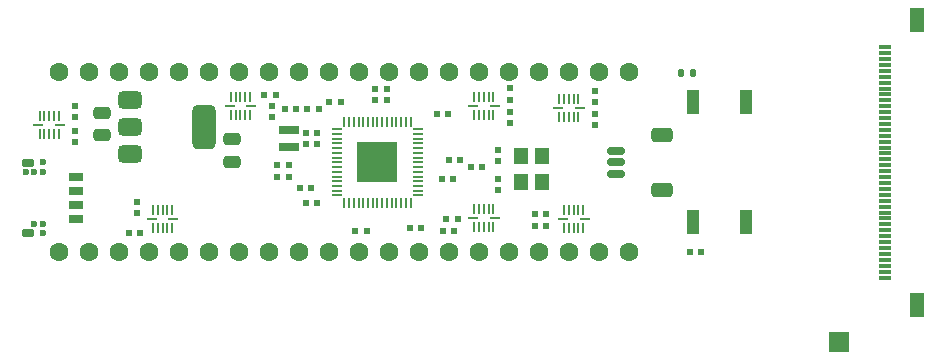
<source format=gts>
%TF.GenerationSoftware,KiCad,Pcbnew,9.0.1*%
%TF.CreationDate,2025-10-13T15:59:10-06:00*%
%TF.ProjectId,inconsole,696e636f-6e73-46f6-9c65-2e6b69636164,rev?*%
%TF.SameCoordinates,Original*%
%TF.FileFunction,Soldermask,Top*%
%TF.FilePolarity,Negative*%
%FSLAX46Y46*%
G04 Gerber Fmt 4.6, Leading zero omitted, Abs format (unit mm)*
G04 Created by KiCad (PCBNEW 9.0.1) date 2025-10-13 15:59:10*
%MOMM*%
%LPD*%
G01*
G04 APERTURE LIST*
G04 Aperture macros list*
%AMRoundRect*
0 Rectangle with rounded corners*
0 $1 Rounding radius*
0 $2 $3 $4 $5 $6 $7 $8 $9 X,Y pos of 4 corners*
0 Add a 4 corners polygon primitive as box body*
4,1,4,$2,$3,$4,$5,$6,$7,$8,$9,$2,$3,0*
0 Add four circle primitives for the rounded corners*
1,1,$1+$1,$2,$3*
1,1,$1+$1,$4,$5*
1,1,$1+$1,$6,$7*
1,1,$1+$1,$8,$9*
0 Add four rect primitives between the rounded corners*
20,1,$1+$1,$2,$3,$4,$5,0*
20,1,$1+$1,$4,$5,$6,$7,0*
20,1,$1+$1,$6,$7,$8,$9,0*
20,1,$1+$1,$8,$9,$2,$3,0*%
G04 Aperture macros list end*
%ADD10R,1.050000X2.000000*%
%ADD11R,0.560000X0.620000*%
%ADD12R,1.200000X1.400000*%
%ADD13RoundRect,0.250000X0.475000X-0.250000X0.475000X0.250000X-0.475000X0.250000X-0.475000X-0.250000X0*%
%ADD14R,1.000000X0.300000*%
%ADD15R,1.300000X2.000000*%
%ADD16R,0.620000X0.560000*%
%ADD17RoundRect,0.250000X-0.475000X0.250000X-0.475000X-0.250000X0.475000X-0.250000X0.475000X0.250000X0*%
%ADD18R,0.203200X0.863600*%
%ADD19R,0.863600X0.203200*%
%ADD20R,1.700000X0.700000*%
%ADD21RoundRect,0.100000X-0.400000X0.250000X-0.400000X-0.250000X0.400000X-0.250000X0.400000X0.250000X0*%
%ADD22RoundRect,0.125000X-0.475000X0.250000X-0.475000X-0.250000X0.475000X-0.250000X0.475000X0.250000X0*%
%ADD23C,0.600000*%
%ADD24R,0.200000X0.875000*%
%ADD25R,0.875000X0.200000*%
%ADD26R,3.400000X3.400000*%
%ADD27R,1.700000X1.700000*%
%ADD28RoundRect,0.375000X-0.625000X-0.375000X0.625000X-0.375000X0.625000X0.375000X-0.625000X0.375000X0*%
%ADD29RoundRect,0.500000X-0.500000X-1.400000X0.500000X-1.400000X0.500000X1.400000X-0.500000X1.400000X0*%
%ADD30RoundRect,0.135000X0.135000X0.185000X-0.135000X0.185000X-0.135000X-0.185000X0.135000X-0.185000X0*%
%ADD31RoundRect,0.150000X0.625000X-0.150000X0.625000X0.150000X-0.625000X0.150000X-0.625000X-0.150000X0*%
%ADD32RoundRect,0.250000X0.650000X-0.350000X0.650000X0.350000X-0.650000X0.350000X-0.650000X-0.350000X0*%
%ADD33C,1.600000*%
G04 APERTURE END LIST*
D10*
%TO.C,SW2*%
X129855000Y-116840000D03*
X134305000Y-116840000D03*
%TD*%
%TO.C,SW1*%
X129855000Y-127000000D03*
X134305000Y-127000000D03*
%TD*%
D11*
%TO.C,R7*%
X94650000Y-123120000D03*
X95610000Y-123120000D03*
%TD*%
%TO.C,R2*%
X111050000Y-122320000D03*
X112010000Y-122320000D03*
%TD*%
D12*
%TO.C,Y1*%
X117020000Y-123620000D03*
X117020000Y-121420000D03*
X115320000Y-121420000D03*
X115320000Y-123620000D03*
%TD*%
D13*
%TO.C,C1*%
X79830000Y-119620000D03*
X79830000Y-117720000D03*
%TD*%
D14*
%TO.C,J2*%
X146140000Y-131670001D03*
X146140000Y-131170002D03*
X146140000Y-130670000D03*
X146140000Y-130170001D03*
X146140000Y-129670000D03*
X146140000Y-129170001D03*
X146140000Y-128670002D03*
X146140000Y-128170000D03*
X146140000Y-127670001D03*
X146140000Y-127170002D03*
X146140000Y-126670001D03*
X146140000Y-126170002D03*
X146140000Y-125670000D03*
X146140000Y-125170001D03*
X146140000Y-124670002D03*
X146140000Y-124170001D03*
X146140000Y-123670002D03*
X146140000Y-123170000D03*
X146140000Y-122670001D03*
X146140000Y-122170002D03*
X146140000Y-121670000D03*
X146140000Y-121170002D03*
X146140000Y-120670000D03*
X146140000Y-120170001D03*
X146140000Y-119670002D03*
X146140000Y-119170000D03*
X146140000Y-118670001D03*
X146140000Y-118170000D03*
X146140000Y-117670001D03*
X146140000Y-117170002D03*
X146140000Y-116670000D03*
X146140000Y-116170001D03*
X146140000Y-115670000D03*
X146140000Y-115170001D03*
X146140000Y-114670002D03*
X146140000Y-114170000D03*
X146140000Y-113670001D03*
X146140000Y-113170000D03*
X146140000Y-112670001D03*
X146140000Y-112170002D03*
D15*
X148839999Y-133969981D03*
X148839999Y-109870019D03*
%TD*%
D16*
%TO.C,C10*%
X77530000Y-118100000D03*
X77530000Y-117140000D03*
%TD*%
D17*
%TO.C,C19*%
X90830000Y-119970000D03*
X90830000Y-121870000D03*
%TD*%
D18*
%TO.C,U2*%
X76130001Y-117957800D03*
X75729999Y-117957800D03*
X75330000Y-117957800D03*
X74930001Y-117957800D03*
X74529999Y-117957800D03*
D19*
X74402900Y-118732500D03*
D18*
X74529999Y-119507200D03*
X74930001Y-119507200D03*
X75330000Y-119507200D03*
X75729999Y-119507200D03*
X76130001Y-119507200D03*
D19*
X76257100Y-118732500D03*
%TD*%
D16*
%TO.C,C21*%
X113370000Y-121800000D03*
X113370000Y-120840000D03*
%TD*%
%TO.C,C3*%
X121530000Y-116800000D03*
X121530000Y-115840000D03*
%TD*%
%TO.C,C17*%
X102930000Y-116650000D03*
X102930000Y-115690000D03*
%TD*%
D18*
%TO.C,U5*%
X84130000Y-127469400D03*
X84530002Y-127469400D03*
X84930001Y-127469400D03*
X85330000Y-127469400D03*
X85730002Y-127469400D03*
D19*
X85857101Y-126694700D03*
D18*
X85730002Y-125920000D03*
X85330000Y-125920000D03*
X84930001Y-125920000D03*
X84530002Y-125920000D03*
X84130000Y-125920000D03*
D19*
X84002901Y-126694700D03*
%TD*%
D20*
%TO.C,L1*%
X95620000Y-120620000D03*
X95620000Y-119220000D03*
%TD*%
D18*
%TO.C,U6*%
X111329999Y-127394700D03*
X111730001Y-127394700D03*
X112130000Y-127394700D03*
X112529999Y-127394700D03*
X112930001Y-127394700D03*
D19*
X113057100Y-126620000D03*
D18*
X112930001Y-125845300D03*
X112529999Y-125845300D03*
X112130000Y-125845300D03*
X111730001Y-125845300D03*
X111329999Y-125845300D03*
D19*
X111202900Y-126620000D03*
%TD*%
D11*
%TO.C,C28*%
X105850000Y-127520000D03*
X106810000Y-127520000D03*
%TD*%
D18*
%TO.C,U7*%
X120130001Y-116545300D03*
X119729999Y-116545300D03*
X119330000Y-116545300D03*
X118930001Y-116545300D03*
X118529999Y-116545300D03*
D19*
X118402900Y-117320000D03*
D18*
X118529999Y-118094700D03*
X118930001Y-118094700D03*
X119330000Y-118094700D03*
X119729999Y-118094700D03*
X120130001Y-118094700D03*
D19*
X120257100Y-117320000D03*
%TD*%
D21*
%TO.C,J1*%
X73580000Y-121970000D03*
D22*
X77580000Y-123120000D03*
X77580000Y-124320000D03*
X77580000Y-125520000D03*
X77580000Y-126720000D03*
D21*
X73580000Y-127870000D03*
D23*
X74780000Y-121920000D03*
X74780000Y-122720000D03*
X74080000Y-122720000D03*
X73380000Y-122720000D03*
X74780000Y-127120000D03*
X74080000Y-127120000D03*
X74780000Y-127870000D03*
%TD*%
D11*
%TO.C,R6*%
X129580000Y-129520000D03*
X130540000Y-129520000D03*
%TD*%
%TO.C,C24*%
X109150000Y-121720000D03*
X110110000Y-121720000D03*
%TD*%
%TO.C,C6*%
X117410000Y-127320000D03*
X116450000Y-127320000D03*
%TD*%
D24*
%TO.C,U8*%
X100330000Y-125357500D03*
X100730000Y-125357500D03*
X101130000Y-125357500D03*
X101530000Y-125357500D03*
X101930000Y-125357500D03*
X102330000Y-125357500D03*
X102730000Y-125357500D03*
X103130000Y-125357500D03*
X103530000Y-125357500D03*
X103930000Y-125357500D03*
X104330000Y-125357500D03*
X104730000Y-125357500D03*
X105130000Y-125357500D03*
X105530000Y-125357500D03*
X105930000Y-125357500D03*
D25*
X106567500Y-124720000D03*
X106567500Y-124320000D03*
X106567500Y-123920000D03*
X106567500Y-123520000D03*
X106567500Y-123120000D03*
X106567500Y-122720000D03*
X106567500Y-122320000D03*
X106567500Y-121920000D03*
X106567500Y-121520000D03*
X106567500Y-121120000D03*
X106567500Y-120720000D03*
X106567500Y-120320000D03*
X106567500Y-119920000D03*
X106567500Y-119520000D03*
X106567500Y-119120000D03*
D24*
X105930000Y-118482500D03*
X105530000Y-118482500D03*
X105130000Y-118482500D03*
X104730000Y-118482500D03*
X104330000Y-118482500D03*
X103930000Y-118482500D03*
X103530000Y-118482500D03*
X103130000Y-118482500D03*
X102730000Y-118482500D03*
X102330000Y-118482500D03*
X101930000Y-118482500D03*
X101530000Y-118482500D03*
X101130000Y-118482500D03*
X100730000Y-118482500D03*
X100330000Y-118482500D03*
D25*
X99692500Y-119120000D03*
X99692500Y-119520000D03*
X99692500Y-119920000D03*
X99692500Y-120320000D03*
X99692500Y-120720000D03*
X99692500Y-121120000D03*
X99692500Y-121520000D03*
X99692500Y-121920000D03*
X99692500Y-122320000D03*
X99692500Y-122720000D03*
X99692500Y-123120000D03*
X99692500Y-123520000D03*
X99692500Y-123920000D03*
X99692500Y-124320000D03*
X99692500Y-124720000D03*
D23*
X102280000Y-122770000D03*
X103130000Y-122770000D03*
X103980000Y-122770000D03*
X102280000Y-121920000D03*
X103130000Y-121920000D03*
D26*
X103130000Y-121920000D03*
D23*
X103980000Y-121920000D03*
X102280000Y-121070000D03*
X103130000Y-121070000D03*
X103980000Y-121070000D03*
%TD*%
D16*
%TO.C,C15*%
X121530000Y-117840000D03*
X121530000Y-118800000D03*
%TD*%
D11*
%TO.C,R8*%
X94650000Y-122120000D03*
X95610000Y-122120000D03*
%TD*%
D16*
%TO.C,C11*%
X114330000Y-116600000D03*
X114330000Y-115640000D03*
%TD*%
D27*
%TO.C,J3*%
X142240000Y-137160000D03*
%TD*%
D11*
%TO.C,C32*%
X98010000Y-125320000D03*
X97050000Y-125320000D03*
%TD*%
D16*
%TO.C,C22*%
X97105000Y-120400000D03*
X97105000Y-119440000D03*
%TD*%
%TO.C,C31*%
X98030000Y-120400000D03*
X98030000Y-119440000D03*
%TD*%
D18*
%TO.C,U9*%
X92330001Y-116370600D03*
X91929999Y-116370600D03*
X91530000Y-116370600D03*
X91130001Y-116370600D03*
X90729999Y-116370600D03*
D19*
X90602900Y-117145300D03*
D18*
X90729999Y-117920000D03*
X91130001Y-117920000D03*
X91530000Y-117920000D03*
X91929999Y-117920000D03*
X92330001Y-117920000D03*
D19*
X92457100Y-117145300D03*
%TD*%
D11*
%TO.C,C12*%
X109910000Y-126720000D03*
X108950000Y-126720000D03*
%TD*%
D28*
%TO.C,U11*%
X82180000Y-116620000D03*
X82180000Y-118920000D03*
D29*
X88480000Y-118920000D03*
D28*
X82180000Y-121220000D03*
%TD*%
D16*
%TO.C,C7*%
X114330000Y-117640000D03*
X114330000Y-118600000D03*
%TD*%
%TO.C,C20*%
X113370000Y-123340000D03*
X113370000Y-124300000D03*
%TD*%
%TO.C,C26*%
X103930000Y-116650000D03*
X103930000Y-115690000D03*
%TD*%
D11*
%TO.C,C4*%
X93550000Y-116220000D03*
X94510000Y-116220000D03*
%TD*%
%TO.C,R1*%
X96250000Y-117420000D03*
X95290000Y-117420000D03*
%TD*%
%TO.C,C5*%
X117410000Y-126320000D03*
X116450000Y-126320000D03*
%TD*%
%TO.C,C16*%
X97190000Y-117420000D03*
X98150000Y-117420000D03*
%TD*%
D16*
%TO.C,C13*%
X94230000Y-118100000D03*
X94230000Y-117140000D03*
%TD*%
D11*
%TO.C,C14*%
X109610000Y-127720000D03*
X108650000Y-127720000D03*
%TD*%
D16*
%TO.C,C9*%
X82730000Y-126200000D03*
X82730000Y-125240000D03*
%TD*%
D11*
%TO.C,C30*%
X97510000Y-124120000D03*
X96550000Y-124120000D03*
%TD*%
%TO.C,C8*%
X83010000Y-127920000D03*
X82050000Y-127920000D03*
%TD*%
%TO.C,C27*%
X108150000Y-117820000D03*
X109110000Y-117820000D03*
%TD*%
D18*
%TO.C,U3*%
X112930001Y-116345300D03*
X112529999Y-116345300D03*
X112130000Y-116345300D03*
X111730001Y-116345300D03*
X111329999Y-116345300D03*
D19*
X111202900Y-117120000D03*
D18*
X111329999Y-117894700D03*
X111730001Y-117894700D03*
X112130000Y-117894700D03*
X112529999Y-117894700D03*
X112930001Y-117894700D03*
D19*
X113057100Y-117120000D03*
%TD*%
D30*
%TO.C,R4*%
X129840000Y-114320000D03*
X128820000Y-114320000D03*
%TD*%
D11*
%TO.C,C18*%
X108550000Y-123320000D03*
X109510000Y-123320000D03*
%TD*%
D16*
%TO.C,C2*%
X77530000Y-119240000D03*
X77530000Y-120200000D03*
%TD*%
D31*
%TO.C,J4*%
X123330000Y-122920000D03*
X123330000Y-121920000D03*
X123330000Y-120920000D03*
D32*
X127205000Y-124220000D03*
X127205000Y-119620000D03*
%TD*%
D11*
%TO.C,C29*%
X100010000Y-116820000D03*
X99050000Y-116820000D03*
%TD*%
%TO.C,C25*%
X102210000Y-127770000D03*
X101250000Y-127770000D03*
%TD*%
D18*
%TO.C,U4*%
X118929999Y-127494700D03*
X119330001Y-127494700D03*
X119730000Y-127494700D03*
X120129999Y-127494700D03*
X120530001Y-127494700D03*
D19*
X120657100Y-126720000D03*
D18*
X120530001Y-125945300D03*
X120129999Y-125945300D03*
X119730000Y-125945300D03*
X119330001Y-125945300D03*
X118929999Y-125945300D03*
D19*
X118802900Y-126720000D03*
%TD*%
D33*
%TO.C,U1*%
X76199999Y-114300000D03*
X78739999Y-114300000D03*
X81279999Y-114300000D03*
X83819999Y-114300000D03*
X86359999Y-114300000D03*
X88899999Y-114300000D03*
X91439999Y-114300000D03*
X93979999Y-114300000D03*
X96519999Y-114300000D03*
X99059999Y-114300000D03*
X101599999Y-114300000D03*
X104139999Y-114300000D03*
X106679999Y-114300000D03*
X109219999Y-114300000D03*
X111759999Y-114300000D03*
X114299999Y-114300000D03*
X116839999Y-114300000D03*
X119379999Y-114300000D03*
X121919999Y-114300000D03*
X124459999Y-114300000D03*
X124459999Y-129540000D03*
X121919999Y-129540000D03*
X119379999Y-129540000D03*
X116839999Y-129540000D03*
X114299999Y-129540000D03*
X111759999Y-129540000D03*
X109219999Y-129540000D03*
X106679999Y-129540000D03*
X104139999Y-129540000D03*
X101599999Y-129540000D03*
X99059999Y-129540000D03*
X96519999Y-129540000D03*
X93979999Y-129540000D03*
X91439999Y-129540000D03*
X88899999Y-129540000D03*
X86359999Y-129540000D03*
X83819999Y-129540000D03*
X81279999Y-129540000D03*
X78739999Y-129540000D03*
X76199999Y-129540000D03*
%TD*%
M02*

</source>
